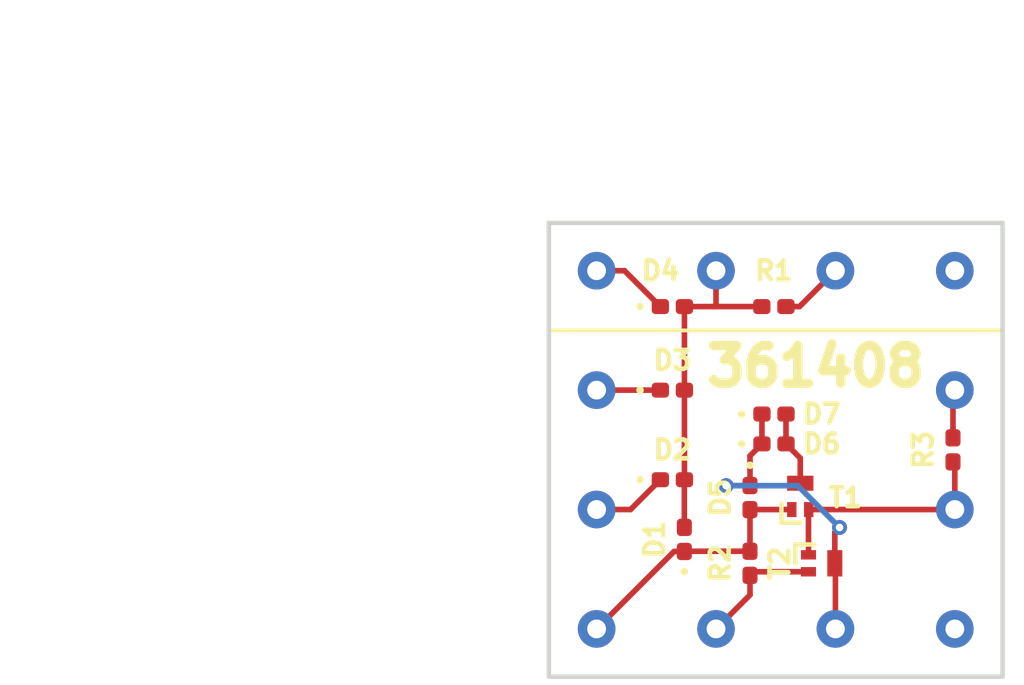
<source format=kicad_pcb>
(kicad_pcb (version 20211014) (generator pcbnew)
  (layers (0 "F.Cu" signal) (31 "B.Cu" signal) (34 "B.Paste" user) (35 "F.Paste" user) (36 "B.SilkS" user "B.Silkscreen") (37 "F.SilkS" user "F.Silkscreen") (38 "B.Mask" user) (39 "F.Mask" user) (44 "Edge.Cuts" user))
  (net 0 "")
  (net 1 "/1")
  (net 2 "/5")
  (net 3 "/2")
  (net 4 "/3")
  (net 5 "/4")
  (net 6 "/11")
  (net 7 "/7")
  (net 8 "/+6V")
  (net 9 "GND")
  (net 10 "/9")
  (net 11 "/-3V")
  (net 12 "/10")
  (footprint "Diode_SMD:D_0201_0603Metric" (layer "F.Cu") (at 136.8425 96.52 90)
    (fp_text reference "D1" (at 0 -0.79375 90) (layer "F.SilkS") (effects (font (size 0.5 0.5) (thickness 0.125))))
    (fp_text value "IBM_Diode")
    (fp_circle (center -0.86 0) (end -0.81 0) (layer "F.SilkS") (width 0.1) (fill none))
    (pad "1" smd roundrect locked (at -0.32 0 90) (size 0.46 0.4) (layers "F.Cu" "F.Mask") (net 1 "/1"))
    (pad "2" smd roundrect locked (at 0.32 0 90) (size 0.46 0.4) (layers "F.Cu" "F.Mask") (net 2 "/5"))
  )
  (footprint "IBM_SLT-SLD:12-Pin_SLx_Can" (layer "F.Cu") (at 134.51 98.9)
    (fp_text reference "U1")
    (fp_text value "12-Pin_SLx_Can")
    (fp_line (start -1.27 -7.9375) (end 10.795 -7.9375) (layer "F.SilkS") (width 0.1))
    (fp_rect (start -1.27 -10.795) (end 10.795 1.27) (layer "Edge.Cuts") (width 0.12) (fill none))
    (pad "1" thru_hole circle locked (at 0 0) (size 1 1) (drill 0.5) (layers *.Cu *.Mask) (net 1 "/1"))
    (pad "2" thru_hole circle locked (at 0 -3.175) (size 1 1) (drill 0.5) (layers *.Cu *.Mask) (net 3 "/2"))
    (pad "3" thru_hole circle locked (at 0 -6.35) (size 1 1) (drill 0.5) (layers *.Cu *.Mask) (net 4 "/3"))
    (pad "4" thru_hole circle locked (at 0 -9.525) (size 1 1) (drill 0.5) (layers *.Cu *.Mask) (net 5 "/4"))
    (pad "5" thru_hole circle locked (at 3.175 -9.525) (size 1 1) (drill 0.5) (layers *.Cu *.Mask) (net 2 "/5"))
    (pad "6" thru_hole circle locked (at 6.35 -9.525) (size 1 1) (drill 0.5) (layers *.Cu *.Mask) (net 8 "/+6V"))
    (pad "7" thru_hole circle locked (at 9.525 -9.525) (size 1 1) (drill 0.5) (layers *.Cu *.Mask) (net 7 "/7"))
    (pad "8" thru_hole circle locked (at 9.525 -6.35) (size 1 1) (drill 0.5) (layers *.Cu *.Mask) (net 11 "/-3V"))
    (pad "9" thru_hole circle locked (at 9.525 -3.175) (size 1 1) (drill 0.5) (layers *.Cu *.Mask) (net 10 "/9"))
    (pad "10" thru_hole circle locked (at 9.525 0) (size 1 1) (drill 0.5) (layers *.Cu *.Mask) (net 12 "/10"))
    (pad "11" thru_hole circle locked (at 6.35 0) (size 1 1) (drill 0.5) (layers *.Cu *.Mask) (net 6 "/11"))
    (pad "12" thru_hole circle locked (at 3.175 0) (size 1 1) (drill 0.5) (layers *.Cu *.Mask) (net 9 "GND"))
  )
  (footprint "Diode_SMD:D_0201_0603Metric" (layer "F.Cu") (at 138.58875 95.40875 -90)
    (fp_text reference "D5" (at 0 0.79375 -270) (layer "F.SilkS") (effects (font (size 0.5 0.5) (thickness 0.125))))
    (fp_text value "IBM_Diode")
    (fp_circle (center -0.86 0) (end -0.81 0) (layer "F.SilkS") (width 0.1) (fill none))
    (pad "1" smd roundrect locked (at -0.32 0 270) (size 0.46 0.4) (layers "F.Cu" "F.Mask") (net 6 "/11"))
    (pad "2" smd roundrect locked (at 0.32 0 270) (size 0.46 0.4) (layers "F.Cu" "F.Mask") (net 1 "/1"))
  )
  (footprint "Diode_SMD:D_0201_0603Metric" (layer "F.Cu") (at 136.525 94.9325)
    (fp_text reference "D2" (at 0 -0.79375) (layer "F.SilkS") (effects (font (size 0.5 0.5) (thickness 0.125))))
    (fp_text value "IBM_Diode")
    (fp_circle (center -0.86 0) (end -0.81 0) (layer "F.SilkS") (width 0.1) (fill none))
    (pad "1" smd roundrect locked (at -0.32 0) (size 0.46 0.4) (layers "F.Cu" "F.Mask") (net 3 "/2"))
    (pad "2" smd roundrect locked (at 0.32 0) (size 0.46 0.4) (layers "F.Cu" "F.Mask") (net 2 "/5"))
  )
  (footprint "Resistor_SMD:R_0201_0603Metric" (layer "F.Cu") (at 143.98625 94.13875 90)
    (fp_text reference "R3" (at 0 -0.79375 90) (layer "F.SilkS") (effects (font (size 0.5 0.5) (thickness 0.125))))
    (fp_text value "1K")
    (pad "1" smd roundrect locked (at -0.32 0 90) (size 0.46 0.4) (layers "F.Cu" "F.Mask") (net 10 "/9"))
    (pad "2" smd roundrect locked (at 0.32 0 90) (size 0.46 0.4) (layers "F.Cu" "F.Mask") (net 11 "/-3V"))
  )
  (footprint "Package_DFN_QFN:Diodes_DFN1006-3" (layer "F.Cu") (at 139.925 95.37625 90)
    (fp_text reference "T1" (at -0.0325 1.20375 180) (layer "F.SilkS") (effects (font (size 0.5 0.5) (thickness 0.125))))
    (fp_text value "T_DB")
    (fp_line (start -0.2 -0.5) (end -0.7 -0.5) (layer "F.SilkS") (width 0.12))
    (fp_line (start -0.7 -0.5) (end -0.7 0) (layer "F.SilkS") (width 0.12))
    (pad "1" smd rect locked (at -0.35 -0.225) (size 0.25 0.4) (layers "F.Cu" "F.Paste" "F.Mask") (net 1 "/1"))
    (pad "2" smd rect locked (at -0.35 0.225) (size 0.25 0.4) (layers "F.Cu" "F.Paste" "F.Mask") (net 10 "/9"))
    (pad "3" smd rect locked (at 0.35 0) (size 0.7 0.4) (layers "F.Cu" "F.Paste" "F.Mask") (net 7 "/7"))
  )
  (footprint "Diode_SMD:D_0201_0603Metric" (layer "F.Cu") (at 136.525 90.32875)
    (fp_text reference "D4" (at -0.3175 -0.9525) (layer "F.SilkS") (effects (font (size 0.5 0.5) (thickness 0.125))))
    (fp_text value "IBM_Diode")
    (fp_circle (center -0.86 0) (end -0.81 0) (layer "F.SilkS") (width 0.1) (fill none))
    (pad "1" smd roundrect locked (at -0.32 0) (size 0.46 0.4) (layers "F.Cu" "F.Mask") (net 5 "/4"))
    (pad "2" smd roundrect locked (at 0.32 0) (size 0.46 0.4) (layers "F.Cu" "F.Mask") (net 2 "/5"))
  )
  (footprint "Diode_SMD:D_0201_0603Metric" (layer "F.Cu") (at 139.22625 93.18625)
    (fp_text reference "D7" (at 1.27 0) (layer "F.SilkS") (effects (font (size 0.5 0.5) (thickness 0.125))))
    (fp_text value "IBM_Diode")
    (fp_circle (center -0.86 0) (end -0.81 0) (layer "F.SilkS") (width 0.1) (fill none))
    (pad "1" smd roundrect locked (at -0.32 0) (size 0.46 0.4) (layers "F.Cu" "F.Mask") (net 6 "/11"))
    (pad "2" smd roundrect locked (at 0.32 0) (size 0.46 0.4) (layers "F.Cu" "F.Mask") (net 7 "/7"))
  )
  (footprint "Diode_SMD:D_0201_0603Metric" (layer "F.Cu") (at 139.22625 93.98)
    (fp_text reference "D6" (at 1.27 0) (layer "F.SilkS") (effects (font (size 0.5 0.5) (thickness 0.125))))
    (fp_text value "IBM_Diode")
    (fp_circle (center -0.86 0) (end -0.81 0) (layer "F.SilkS") (width 0.1) (fill none))
    (pad "1" smd roundrect locked (at -0.32 0) (size 0.46 0.4) (layers "F.Cu" "F.Mask") (net 6 "/11"))
    (pad "2" smd roundrect locked (at 0.32 0) (size 0.46 0.4) (layers "F.Cu" "F.Mask") (net 7 "/7"))
  )
  (footprint "Package_DFN_QFN:Diodes_DFN1006-3" (layer "F.Cu") (at 140.49375 97.155)
    (fp_text reference "T2" (at -1.11125 0 90) (layer "F.SilkS") (effects (font (size 0.5 0.5) (thickness 0.125))))
    (fp_text value "T_DA")
    (fp_line (start -0.7 -0.5) (end -0.7 0) (layer "F.SilkS") (width 0.12))
    (fp_line (start -0.2 -0.5) (end -0.7 -0.5) (layer "F.SilkS") (width 0.12))
    (pad "1" smd rect locked (at -0.35 -0.225 270) (size 0.25 0.4) (layers "F.Cu" "F.Paste" "F.Mask") (net 10 "/9"))
    (pad "2" smd rect locked (at -0.35 0.225 270) (size 0.25 0.4) (layers "F.Cu" "F.Paste" "F.Mask") (net 9 "GND"))
    (pad "3" smd rect locked (at 0.35 0 270) (size 0.7 0.4) (layers "F.Cu" "F.Paste" "F.Mask") (net 6 "/11"))
  )
  (footprint "Resistor_SMD:R_0201_0603Metric" (layer "F.Cu") (at 138.58875 97.155 -90)
    (fp_text reference "R2" (at 0 0.79375 90) (layer "F.SilkS") (effects (font (size 0.5 0.5) (thickness 0.125))))
    (fp_text value "1.8K")
    (pad "1" smd roundrect locked (at -0.32 0 270) (size 0.46 0.4) (layers "F.Cu" "F.Mask") (net 1 "/1"))
    (pad "2" smd roundrect locked (at 0.32 0 270) (size 0.46 0.4) (layers "F.Cu" "F.Mask") (net 9 "GND"))
  )
  (footprint "Resistor_SMD:R_0201_0603Metric" (layer "F.Cu") (at 139.22375 90.32875 180)
    (fp_text reference "R1" (at 0 0.9525) (layer "F.SilkS") (effects (font (size 0.5 0.5) (thickness 0.125))))
    (fp_text value "1.2K")
    (pad "1" smd roundrect locked (at -0.32 0 180) (size 0.46 0.4) (layers "F.Cu" "F.Mask") (net 8 "/+6V"))
    (pad "2" smd roundrect locked (at 0.32 0 180) (size 0.46 0.4) (layers "F.Cu" "F.Mask") (net 2 "/5"))
  )
  (footprint "Diode_SMD:D_0201_0603Metric" (layer "F.Cu") (at 136.525 92.55125)
    (fp_text reference "D3" (at 0 -0.79375) (layer "F.SilkS") (effects (font (size 0.5 0.5) (thickness 0.125))))
    (fp_text value "IBM_Diode")
    (fp_circle (center -0.86 0) (end -0.81 0) (layer "F.SilkS") (width 0.1) (fill none))
    (pad "1" smd roundrect locked (at -0.32 0) (size 0.46 0.4) (layers "F.Cu" "F.Mask") (net 4 "/3"))
    (pad "2" smd roundrect locked (at 0.32 0) (size 0.46 0.4) (layers "F.Cu" "F.Mask") (net 2 "/5"))
  )
  (gr_text "361408" (at 140.335 91.91625) (layer "F.SilkS") (effects (font (size 1 1) (thickness 0.25))))
  (segment (start 139.7 95.72625) (end 138.59125 95.72625) (width 0.15) (layer "F.Cu") (net 1))
  (segment (start 138.58875 95.72875) (end 138.58875 96.835) (width 0.15) (layer "F.Cu") (net 1))
  (segment (start 136.8475 96.835) (end 136.8425 96.84) (width 0.15) (layer "F.Cu") (net 1))
  (segment (start 138.59125 95.72625) (end 138.58875 95.72875) (width 0.15) (layer "F.Cu") (net 1))
  (segment (start 136.57 96.84) (end 134.51 98.9) (width 0.15) (layer "F.Cu") (net 1))
  (segment (start 138.58875 96.835) (end 136.8475 96.835) (width 0.15) (layer "F.Cu") (net 1))
  (segment (start 136.8425 96.84) (end 136.57 96.84) (width 0.15) (layer "F.Cu") (net 1))
  (segment (start 137.685 90.28) (end 137.63625 90.32875) (width 0.15) (layer "F.Cu") (net 2))
  (segment (start 136.845 92.71) (end 136.845 90.32875) (width 0.15) (layer "F.Cu") (net 2))
  (segment (start 137.685 89.375) (end 137.685 90.28) (width 0.15) (layer "F.Cu") (net 2))
  (segment (start 136.8425 96.2) (end 136.8425 94.935) (width 0.15) (layer "F.Cu") (net 2))
  (segment (start 137.63625 90.32875) (end 136.845 90.32875) (width 0.15) (layer "F.Cu") (net 2))
  (segment (start 136.8425 94.935) (end 136.845 94.9325) (width 0.15) (layer "F.Cu") (net 2))
  (segment (start 136.845 94.9325) (end 136.845 92.71) (width 0.15) (layer "F.Cu") (net 2))
  (segment (start 138.90375 90.32875) (end 137.63625 90.32875) (width 0.15) (layer "F.Cu") (net 2))
  (segment (start 135.4125 95.725) (end 134.51 95.725) (width 0.15) (layer "F.Cu") (net 3))
  (segment (start 136.205 94.9325) (end 135.4125 95.725) (width 0.15) (layer "F.Cu") (net 3))
  (segment (start 136.205 92.55125) (end 136.20375 92.55) (width 0.15) (layer "F.Cu") (net 4))
  (segment (start 136.20375 92.55) (end 134.51 92.55) (width 0.15) (layer "F.Cu") (net 4))
  (segment (start 136.205 90.32875) (end 135.25125 89.375) (width 0.15) (layer "F.Cu") (net 5))
  (segment (start 135.25125 89.375) (end 134.51 89.375) (width 0.15) (layer "F.Cu") (net 5))
  (segment (start 140.84375 97.155) (end 140.84375 96.32875) (width 0.15) (layer "F.Cu") (net 6))
  (segment (start 140.84375 96.32875) (end 140.97 96.2025) (width 0.15) (layer "F.Cu") (net 6))
  (segment (start 138.58875 94.2975) (end 138.90625 93.98) (width 0.15) (layer "F.Cu") (net 6))
  (segment (start 140.86 97.17125) (end 140.84375 97.155) (width 0.15) (layer "F.Cu") (net 6))
  (segment (start 140.86 98.9) (end 140.86 97.17125) (width 0.15) (layer "F.Cu") (net 6))
  (segment (start 137.95375 95.09125) (end 138.58625 95.09125) (width 0.15) (layer "F.Cu") (net 6))
  (segment (start 138.58625 95.09125) (end 138.58875 95.08875) (width 0.15) (layer "F.Cu") (net 6))
  (segment (start 138.58875 95.08875) (end 138.58875 94.2975) (width 0.15) (layer "F.Cu") (net 6))
  (segment (start 138.90625 93.18625) (end 138.90625 93.98) (width 0.15) (layer "F.Cu") (net 6))
  (via (at 140.97 96.2025) (size 0.4) (drill 0.2) (layers "F.Cu" "B.Cu") (net 6))
  (via (at 137.95375 95.09125) (size 0.4) (drill 0.2) (layers "F.Cu" "B.Cu") (net 6))
  (segment (start 139.85875 95.09125) (end 137.95375 95.09125) (width 0.15) (layer "B.Cu") (net 6))
  (segment (start 140.97 96.2025) (end 139.85875 95.09125) (width 0.15) (layer "B.Cu") (net 6))
  (segment (start 139.925 94.35875) (end 139.54625 93.98) (width 0.15) (layer "F.Cu") (net 7))
  (segment (start 139.925 95.02625) (end 139.925 94.35875) (width 0.15) (layer "F.Cu") (net 7))
  (segment (start 139.54625 93.98) (end 139.54625 93.18625) (width 0.15) (layer "F.Cu") (net 7))
  (segment (start 143.9875 89.375) (end 144.035 89.375) (width 0.25) (layer "F.Cu") (net 7))
  (segment (start 139.54375 90.32875) (end 139.90625 90.32875) (width 0.15) (layer "F.Cu") (net 8))
  (segment (start 139.90625 90.32875) (end 140.86 89.375) (width 0.15) (layer "F.Cu") (net 8))
  (segment (start 138.58875 97.99625) (end 138.58875 97.475) (width 0.15) (layer "F.Cu") (net 9))
  (segment (start 138.68375 97.38) (end 138.58875 97.475) (width 0.15) (layer "F.Cu") (net 9))
  (segment (start 140.14375 97.38) (end 138.68375 97.38) (width 0.15) (layer "F.Cu") (net 9))
  (segment (start 137.685 98.9) (end 138.58875 97.99625) (width 0.15) (layer "F.Cu") (net 9))
  (segment (start 140.14375 95.7325) (end 140.15 95.72625) (width 0.15) (layer "F.Cu") (net 10))
  (segment (start 144.03375 95.72625) (end 144.035 95.725) (width 0.15) (layer "F.Cu") (net 10))
  (segment (start 140.15 95.72625) (end 144.03375 95.72625) (width 0.15) (layer "F.Cu") (net 10))
  (segment (start 144.035 95.725) (end 144.035 94.5075) (width 0.15) (layer "F.Cu") (net 10))
  (segment (start 140.14375 96.93) (end 140.14375 95.7325) (width 0.15) (layer "F.Cu") (net 10))
  (segment (start 143.98625 95.67625) (end 144.035 95.725) (width 0.25) (layer "F.Cu") (net 10))
  (segment (start 144.035 94.5075) (end 143.98625 94.45875) (width 0.15) (layer "F.Cu") (net 10))
  (segment (start 143.98625 93.81875) (end 143.98625 92.59875) (width 0.15) (layer "F.Cu") (net 11))
  (segment (start 143.98625 92.59875) (end 144.035 92.55) (width 0.15) (layer "F.Cu") (net 11))
)
</source>
